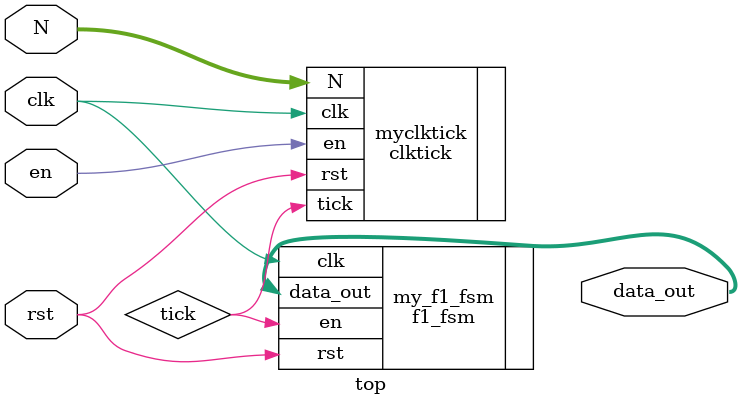
<source format=sv>
module top #(
    parameter WIDTH = 16,
    parameter OUT_WIDTH = 7
)(
    input logic [WIDTH-1:0] N,
    input logic en,
    input logic rst,
    input logic clk,
    output logic [OUT_WIDTH:0] data_out
);

logic tick;

clktick myclktick(
    .clk(clk),
    .rst(rst),
    .en(en),
    .N(N),
    .tick(tick)
);

f1_fsm my_f1_fsm(
    .rst(rst),
    .clk(clk),
    .en(tick),
    .data_out(data_out)
);

endmodule


</source>
